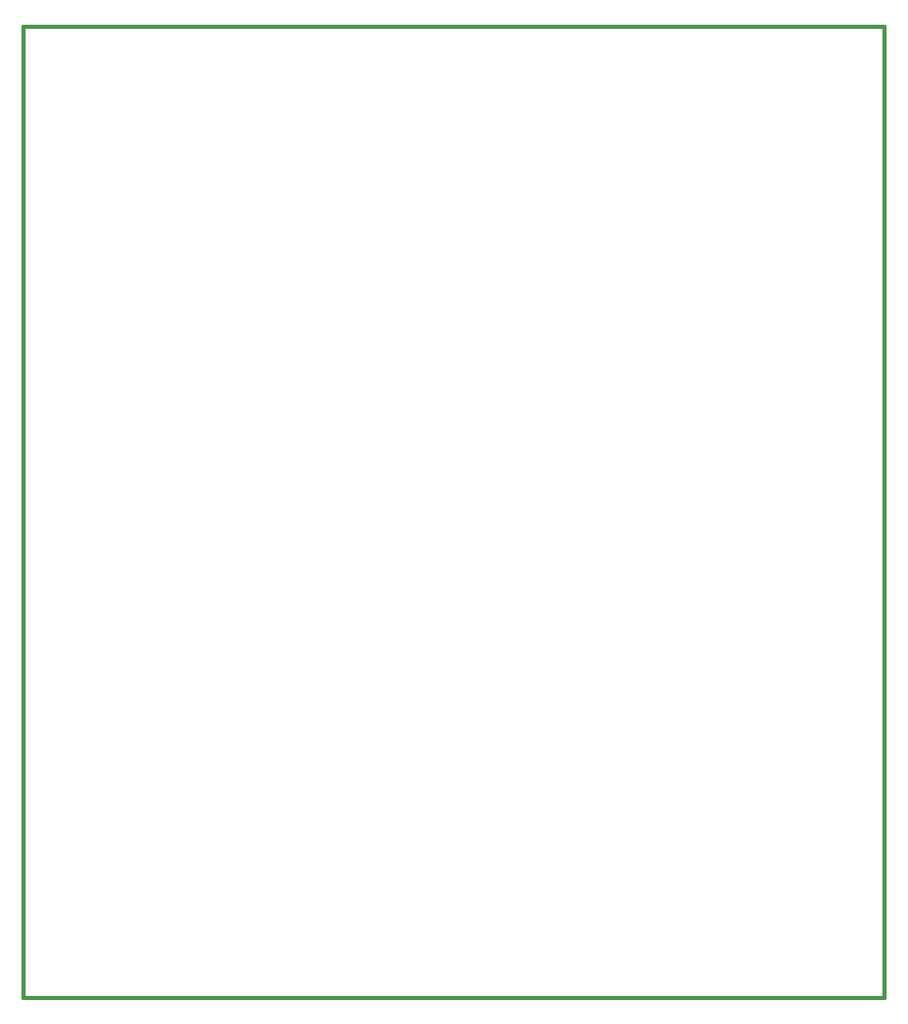
<source format=gm1>
G04 #@! TF.FileFunction,Profile,NP*
%FSLAX46Y46*%
G04 Gerber Fmt 4.6, Leading zero omitted, Abs format (unit mm)*
G04 Created by KiCad (PCBNEW 4.0.6) date 01/03/18 21:04:18*
%MOMM*%
%LPD*%
G01*
G04 APERTURE LIST*
%ADD10C,0.150000*%
%ADD11C,0.381000*%
G04 APERTURE END LIST*
D10*
D11*
X35687000Y-153797000D02*
X35687000Y-54102000D01*
X124079000Y-153797000D02*
X35687000Y-153797000D01*
X124079000Y-54102000D02*
X124079000Y-153797000D01*
X35687000Y-54102000D02*
X124079000Y-54102000D01*
M02*

</source>
